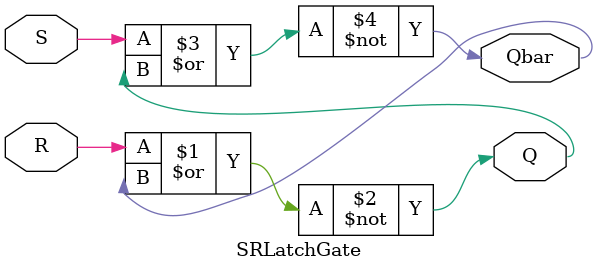
<source format=v>
module SRLatchGate (input R, input S, output Q, output Qbar);
nor (Q, R, Qbar);
nor (Qbar, S, Q);
endmodule 
</source>
